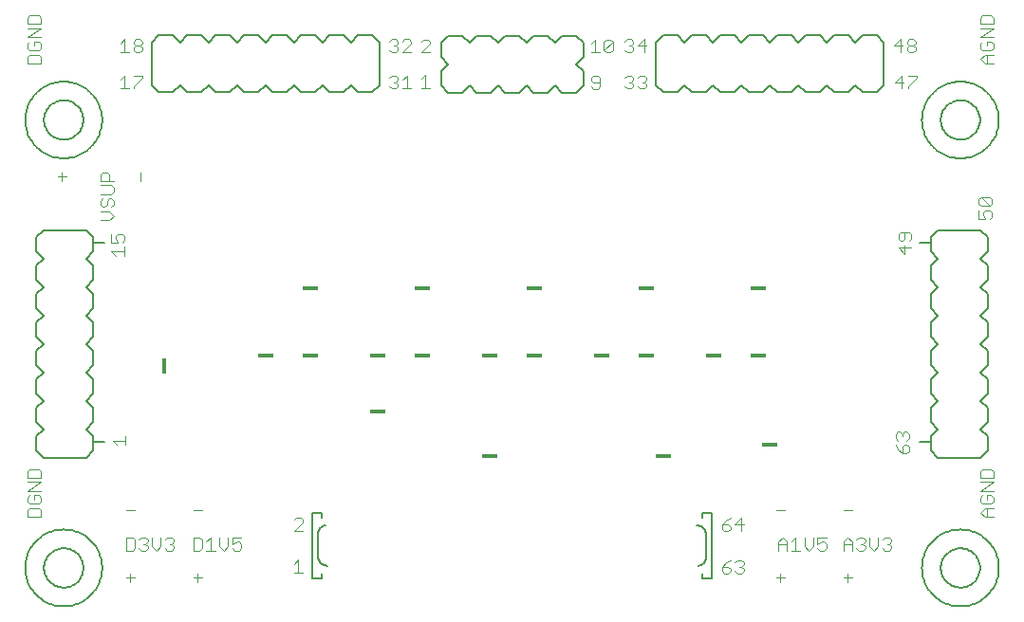
<source format=gto>
G75*
G70*
%OFA0B0*%
%FSLAX24Y24*%
%IPPOS*%
%LPD*%
%AMOC8*
5,1,8,0,0,1.08239X$1,22.5*
%
%ADD10C,0.0040*%
%ADD11C,0.0080*%
%ADD12C,0.0060*%
%ADD13R,0.0160X0.0560*%
%ADD14R,0.0560X0.0160*%
D10*
X004295Y001769D02*
X004602Y001769D01*
X004448Y001923D02*
X004448Y001616D01*
X004525Y002720D02*
X004602Y002797D01*
X004602Y003104D01*
X004525Y003181D01*
X004295Y003181D01*
X004295Y002720D01*
X004525Y002720D01*
X004755Y002797D02*
X004832Y002720D01*
X004985Y002720D01*
X005062Y002797D01*
X005062Y002874D01*
X004985Y002950D01*
X004909Y002950D01*
X004985Y002950D02*
X005062Y003027D01*
X005062Y003104D01*
X004985Y003181D01*
X004832Y003181D01*
X004755Y003104D01*
X005216Y003181D02*
X005216Y002874D01*
X005369Y002720D01*
X005523Y002874D01*
X005523Y003181D01*
X005676Y003104D02*
X005753Y003181D01*
X005906Y003181D01*
X005983Y003104D01*
X005983Y003027D01*
X005906Y002950D01*
X005983Y002874D01*
X005983Y002797D01*
X005906Y002720D01*
X005753Y002720D01*
X005676Y002797D01*
X005829Y002950D02*
X005906Y002950D01*
X006657Y002720D02*
X006887Y002720D01*
X006964Y002797D01*
X006964Y003104D01*
X006887Y003181D01*
X006657Y003181D01*
X006657Y002720D01*
X007118Y002720D02*
X007424Y002720D01*
X007271Y002720D02*
X007271Y003181D01*
X007118Y003027D01*
X007578Y002874D02*
X007731Y002720D01*
X007885Y002874D01*
X007885Y003181D01*
X008038Y003181D02*
X008038Y002950D01*
X008192Y003027D01*
X008268Y003027D01*
X008345Y002950D01*
X008345Y002797D01*
X008268Y002720D01*
X008115Y002720D01*
X008038Y002797D01*
X008038Y003181D02*
X008345Y003181D01*
X007578Y003181D02*
X007578Y002874D01*
X006811Y001923D02*
X006811Y001616D01*
X006964Y001769D02*
X006657Y001769D01*
X010200Y001933D02*
X010507Y001933D01*
X010354Y001933D02*
X010354Y002393D01*
X010200Y002240D01*
X010200Y003409D02*
X010507Y003716D01*
X010507Y003793D01*
X010431Y003869D01*
X010277Y003869D01*
X010200Y003793D01*
X010200Y003409D02*
X010507Y003409D01*
X006964Y004131D02*
X006657Y004131D01*
X004602Y004131D02*
X004295Y004131D01*
X001302Y004131D02*
X001302Y003901D01*
X000842Y003901D01*
X000842Y004131D01*
X000919Y004208D01*
X001226Y004208D01*
X001302Y004131D01*
X001226Y004362D02*
X000919Y004362D01*
X000842Y004438D01*
X000842Y004592D01*
X000919Y004669D01*
X001072Y004669D02*
X001072Y004515D01*
X001072Y004669D02*
X001226Y004669D01*
X001302Y004592D01*
X001302Y004438D01*
X001226Y004362D01*
X001302Y004822D02*
X000842Y004822D01*
X001302Y005129D01*
X000842Y005129D01*
X000842Y005282D02*
X000842Y005512D01*
X000919Y005589D01*
X001226Y005589D01*
X001302Y005512D01*
X001302Y005282D01*
X000842Y005282D01*
X003830Y006584D02*
X004290Y006584D01*
X004290Y006431D02*
X004290Y006738D01*
X003984Y006431D02*
X003830Y006584D01*
X003928Y013092D02*
X003775Y013246D01*
X004235Y013246D01*
X004235Y013399D02*
X004235Y013092D01*
X004159Y013553D02*
X004235Y013629D01*
X004235Y013783D01*
X004159Y013859D01*
X004005Y013859D01*
X003928Y013783D01*
X003928Y013706D01*
X004005Y013553D01*
X003775Y013553D01*
X003775Y013859D01*
X003708Y014334D02*
X003401Y014334D01*
X003708Y014334D02*
X003861Y014488D01*
X003708Y014641D01*
X003401Y014641D01*
X003478Y014795D02*
X003554Y014795D01*
X003631Y014871D01*
X003631Y015025D01*
X003708Y015102D01*
X003785Y015102D01*
X003861Y015025D01*
X003861Y014871D01*
X003785Y014795D01*
X003478Y014795D02*
X003401Y014871D01*
X003401Y015025D01*
X003478Y015102D01*
X003401Y015255D02*
X003785Y015255D01*
X003861Y015332D01*
X003861Y015485D01*
X003785Y015562D01*
X003401Y015562D01*
X003401Y015715D02*
X003401Y015946D01*
X003478Y016022D01*
X003631Y016022D01*
X003708Y015946D01*
X003708Y015715D01*
X003861Y015715D02*
X003401Y015715D01*
X002210Y015866D02*
X001903Y015866D01*
X002056Y016019D02*
X002056Y015712D01*
X004812Y015712D02*
X004812Y016019D01*
X004558Y018960D02*
X004558Y019037D01*
X004865Y019344D01*
X004865Y019421D01*
X004558Y019421D01*
X004252Y019421D02*
X004252Y018960D01*
X004405Y018960D02*
X004098Y018960D01*
X004098Y019267D02*
X004252Y019421D01*
X004252Y020240D02*
X004252Y020700D01*
X004098Y020547D01*
X004098Y020240D02*
X004405Y020240D01*
X004558Y020317D02*
X004558Y020393D01*
X004635Y020470D01*
X004789Y020470D01*
X004865Y020393D01*
X004865Y020317D01*
X004789Y020240D01*
X004635Y020240D01*
X004558Y020317D01*
X004635Y020470D02*
X004558Y020547D01*
X004558Y020623D01*
X004635Y020700D01*
X004789Y020700D01*
X004865Y020623D01*
X004865Y020547D01*
X004789Y020470D01*
X001302Y020537D02*
X001302Y020383D01*
X001226Y020306D01*
X000919Y020306D01*
X000842Y020383D01*
X000842Y020537D01*
X000919Y020613D01*
X001072Y020613D02*
X001072Y020460D01*
X001072Y020613D02*
X001226Y020613D01*
X001302Y020537D01*
X001302Y020767D02*
X000842Y020767D01*
X001302Y021074D01*
X000842Y021074D01*
X000842Y021227D02*
X000842Y021457D01*
X000919Y021534D01*
X001226Y021534D01*
X001302Y021457D01*
X001302Y021227D01*
X000842Y021227D01*
X000919Y020153D02*
X000842Y020076D01*
X000842Y019846D01*
X001302Y019846D01*
X001302Y020076D01*
X001226Y020153D01*
X000919Y020153D01*
X013547Y020317D02*
X013624Y020240D01*
X013777Y020240D01*
X013854Y020317D01*
X013854Y020393D01*
X013777Y020470D01*
X013700Y020470D01*
X013777Y020470D02*
X013854Y020547D01*
X013854Y020623D01*
X013777Y020700D01*
X013624Y020700D01*
X013547Y020623D01*
X014007Y020623D02*
X014084Y020700D01*
X014237Y020700D01*
X014314Y020623D01*
X014314Y020547D01*
X014007Y020240D01*
X014314Y020240D01*
X014667Y020228D02*
X014974Y020535D01*
X014974Y020611D01*
X014897Y020688D01*
X014744Y020688D01*
X014667Y020611D01*
X014667Y020228D02*
X014974Y020228D01*
X014821Y019449D02*
X014821Y018988D01*
X014974Y018988D02*
X014667Y018988D01*
X014314Y018960D02*
X014007Y018960D01*
X014161Y018960D02*
X014161Y019421D01*
X014007Y019267D01*
X013854Y019267D02*
X013777Y019190D01*
X013854Y019114D01*
X013854Y019037D01*
X013777Y018960D01*
X013624Y018960D01*
X013547Y019037D01*
X013700Y019190D02*
X013777Y019190D01*
X013854Y019267D02*
X013854Y019344D01*
X013777Y019421D01*
X013624Y019421D01*
X013547Y019344D01*
X014667Y019295D02*
X014821Y019449D01*
X020628Y019333D02*
X020628Y019256D01*
X020704Y019179D01*
X020935Y019179D01*
X020935Y019026D02*
X020935Y019333D01*
X020858Y019409D01*
X020704Y019409D01*
X020628Y019333D01*
X020628Y019026D02*
X020704Y018949D01*
X020858Y018949D01*
X020935Y019026D01*
X021815Y019037D02*
X021891Y018960D01*
X022045Y018960D01*
X022122Y019037D01*
X022122Y019114D01*
X022045Y019190D01*
X021968Y019190D01*
X022045Y019190D02*
X022122Y019267D01*
X022122Y019344D01*
X022045Y019421D01*
X021891Y019421D01*
X021815Y019344D01*
X022275Y019344D02*
X022352Y019421D01*
X022505Y019421D01*
X022582Y019344D01*
X022582Y019267D01*
X022505Y019190D01*
X022582Y019114D01*
X022582Y019037D01*
X022505Y018960D01*
X022352Y018960D01*
X022275Y019037D01*
X022428Y019190D02*
X022505Y019190D01*
X022505Y020240D02*
X022505Y020700D01*
X022275Y020470D01*
X022582Y020470D01*
X022122Y020393D02*
X022122Y020317D01*
X022045Y020240D01*
X021891Y020240D01*
X021815Y020317D01*
X021968Y020470D02*
X022045Y020470D01*
X022122Y020393D01*
X022045Y020470D02*
X022122Y020547D01*
X022122Y020623D01*
X022045Y020700D01*
X021891Y020700D01*
X021815Y020623D01*
X021395Y020611D02*
X021088Y020304D01*
X021165Y020228D01*
X021318Y020228D01*
X021395Y020304D01*
X021395Y020611D01*
X021318Y020688D01*
X021165Y020688D01*
X021088Y020611D01*
X021088Y020304D01*
X020935Y020228D02*
X020628Y020228D01*
X020781Y020228D02*
X020781Y020688D01*
X020628Y020535D01*
X031263Y020470D02*
X031570Y020470D01*
X031724Y020547D02*
X031724Y020623D01*
X031801Y020700D01*
X031954Y020700D01*
X032031Y020623D01*
X032031Y020547D01*
X031954Y020470D01*
X031801Y020470D01*
X031724Y020547D01*
X031801Y020470D02*
X031724Y020393D01*
X031724Y020317D01*
X031801Y020240D01*
X031954Y020240D01*
X032031Y020317D01*
X032031Y020393D01*
X031954Y020470D01*
X031494Y020240D02*
X031494Y020700D01*
X031263Y020470D01*
X031533Y019421D02*
X031303Y019190D01*
X031610Y019190D01*
X031763Y019037D02*
X031763Y018960D01*
X031763Y019037D02*
X032070Y019344D01*
X032070Y019421D01*
X031763Y019421D01*
X031533Y019421D02*
X031533Y018960D01*
X034306Y020000D02*
X034460Y019846D01*
X034767Y019846D01*
X034537Y019846D02*
X034537Y020153D01*
X034460Y020153D02*
X034767Y020153D01*
X034690Y020306D02*
X034383Y020306D01*
X034306Y020383D01*
X034306Y020537D01*
X034383Y020613D01*
X034537Y020613D02*
X034537Y020460D01*
X034537Y020613D02*
X034690Y020613D01*
X034767Y020537D01*
X034767Y020383D01*
X034690Y020306D01*
X034460Y020153D02*
X034306Y020000D01*
X034306Y020767D02*
X034767Y021074D01*
X034306Y021074D01*
X034306Y021227D02*
X034306Y021457D01*
X034383Y021534D01*
X034690Y021534D01*
X034767Y021457D01*
X034767Y021227D01*
X034306Y021227D01*
X034306Y020767D02*
X034767Y020767D01*
X034639Y015147D02*
X034716Y015070D01*
X034716Y014916D01*
X034639Y014840D01*
X034332Y015147D01*
X034639Y015147D01*
X034332Y015147D02*
X034255Y015070D01*
X034255Y014916D01*
X034332Y014840D01*
X034639Y014840D01*
X034639Y014686D02*
X034716Y014609D01*
X034716Y014456D01*
X034639Y014379D01*
X034485Y014379D02*
X034409Y014533D01*
X034409Y014609D01*
X034485Y014686D01*
X034639Y014686D01*
X034255Y014686D02*
X034255Y014379D01*
X034485Y014379D01*
X031885Y013829D02*
X031885Y013675D01*
X031808Y013598D01*
X031655Y013675D02*
X031655Y013905D01*
X031808Y013905D02*
X031501Y013905D01*
X031425Y013829D01*
X031425Y013675D01*
X031501Y013598D01*
X031578Y013598D01*
X031655Y013675D01*
X031655Y013445D02*
X031655Y013138D01*
X031425Y013368D01*
X031885Y013368D01*
X031885Y013829D02*
X031808Y013905D01*
X031718Y006897D02*
X031794Y006821D01*
X031794Y006667D01*
X031718Y006590D01*
X031718Y006437D02*
X031641Y006437D01*
X031564Y006360D01*
X031564Y006130D01*
X031718Y006130D01*
X031794Y006207D01*
X031794Y006360D01*
X031718Y006437D01*
X031411Y006284D02*
X031564Y006130D01*
X031411Y006284D02*
X031334Y006437D01*
X031411Y006590D02*
X031334Y006667D01*
X031334Y006821D01*
X031411Y006897D01*
X031487Y006897D01*
X031564Y006821D01*
X031641Y006897D01*
X031718Y006897D01*
X031564Y006821D02*
X031564Y006744D01*
X034306Y005512D02*
X034306Y005282D01*
X034767Y005282D01*
X034767Y005512D01*
X034690Y005589D01*
X034383Y005589D01*
X034306Y005512D01*
X034306Y005129D02*
X034767Y005129D01*
X034306Y004822D01*
X034767Y004822D01*
X034690Y004669D02*
X034537Y004669D01*
X034537Y004515D01*
X034690Y004362D02*
X034383Y004362D01*
X034306Y004438D01*
X034306Y004592D01*
X034383Y004669D01*
X034690Y004669D02*
X034767Y004592D01*
X034767Y004438D01*
X034690Y004362D01*
X034767Y004208D02*
X034460Y004208D01*
X034306Y004055D01*
X034460Y003901D01*
X034767Y003901D01*
X034537Y003901D02*
X034537Y004208D01*
X031180Y003104D02*
X031180Y003027D01*
X031103Y002950D01*
X031180Y002874D01*
X031180Y002797D01*
X031103Y002720D01*
X030950Y002720D01*
X030873Y002797D01*
X030719Y002874D02*
X030719Y003181D01*
X030873Y003104D02*
X030950Y003181D01*
X031103Y003181D01*
X031180Y003104D01*
X031103Y002950D02*
X031026Y002950D01*
X030719Y002874D02*
X030566Y002720D01*
X030413Y002874D01*
X030413Y003181D01*
X030259Y003104D02*
X030259Y003027D01*
X030182Y002950D01*
X030259Y002874D01*
X030259Y002797D01*
X030182Y002720D01*
X030029Y002720D01*
X029952Y002797D01*
X029799Y002720D02*
X029799Y003027D01*
X029645Y003181D01*
X029492Y003027D01*
X029492Y002720D01*
X029492Y002950D02*
X029799Y002950D01*
X029952Y003104D02*
X030029Y003181D01*
X030182Y003181D01*
X030259Y003104D01*
X030182Y002950D02*
X030106Y002950D01*
X029645Y001923D02*
X029645Y001616D01*
X029492Y001769D02*
X029799Y001769D01*
X028820Y002720D02*
X028666Y002720D01*
X028589Y002797D01*
X028589Y002950D02*
X028743Y003027D01*
X028820Y003027D01*
X028896Y002950D01*
X028896Y002797D01*
X028820Y002720D01*
X028589Y002950D02*
X028589Y003181D01*
X028896Y003181D01*
X028436Y003181D02*
X028436Y002874D01*
X028282Y002720D01*
X028129Y002874D01*
X028129Y003181D01*
X027822Y003181D02*
X027822Y002720D01*
X027669Y002720D02*
X027976Y002720D01*
X027515Y002720D02*
X027515Y003027D01*
X027362Y003181D01*
X027208Y003027D01*
X027208Y002720D01*
X027208Y002950D02*
X027515Y002950D01*
X027669Y003027D02*
X027822Y003181D01*
X027436Y004131D02*
X027130Y004131D01*
X025992Y003631D02*
X025685Y003631D01*
X025915Y003862D01*
X025915Y003401D01*
X025531Y003478D02*
X025531Y003555D01*
X025455Y003631D01*
X025225Y003631D01*
X025225Y003478D01*
X025301Y003401D01*
X025455Y003401D01*
X025531Y003478D01*
X025225Y003631D02*
X025378Y003785D01*
X025531Y003862D01*
X025531Y002385D02*
X025378Y002309D01*
X025225Y002155D01*
X025455Y002155D01*
X025531Y002078D01*
X025531Y002002D01*
X025455Y001925D01*
X025301Y001925D01*
X025225Y002002D01*
X025225Y002155D01*
X025685Y002002D02*
X025762Y001925D01*
X025915Y001925D01*
X025992Y002002D01*
X025992Y002078D01*
X025915Y002155D01*
X025838Y002155D01*
X025915Y002155D02*
X025992Y002232D01*
X025992Y002309D01*
X025915Y002385D01*
X025762Y002385D01*
X025685Y002309D01*
X027130Y001769D02*
X027436Y001769D01*
X027283Y001616D02*
X027283Y001923D01*
X029492Y004131D02*
X029799Y004131D01*
D11*
X001421Y002110D02*
X001423Y002162D01*
X001429Y002214D01*
X001439Y002265D01*
X001452Y002315D01*
X001470Y002365D01*
X001491Y002412D01*
X001515Y002458D01*
X001544Y002502D01*
X001575Y002544D01*
X001609Y002583D01*
X001646Y002620D01*
X001686Y002653D01*
X001729Y002684D01*
X001773Y002711D01*
X001819Y002735D01*
X001868Y002755D01*
X001917Y002771D01*
X001968Y002784D01*
X002019Y002793D01*
X002071Y002798D01*
X002123Y002799D01*
X002175Y002796D01*
X002227Y002789D01*
X002278Y002778D01*
X002328Y002764D01*
X002377Y002745D01*
X002424Y002723D01*
X002469Y002698D01*
X002513Y002669D01*
X002554Y002637D01*
X002593Y002602D01*
X002628Y002564D01*
X002661Y002523D01*
X002691Y002481D01*
X002717Y002436D01*
X002740Y002389D01*
X002759Y002340D01*
X002775Y002290D01*
X002787Y002240D01*
X002795Y002188D01*
X002799Y002136D01*
X002799Y002084D01*
X002795Y002032D01*
X002787Y001980D01*
X002775Y001930D01*
X002759Y001880D01*
X002740Y001831D01*
X002717Y001784D01*
X002691Y001739D01*
X002661Y001697D01*
X002628Y001656D01*
X002593Y001618D01*
X002554Y001583D01*
X002513Y001551D01*
X002469Y001522D01*
X002424Y001497D01*
X002377Y001475D01*
X002328Y001456D01*
X002278Y001442D01*
X002227Y001431D01*
X002175Y001424D01*
X002123Y001421D01*
X002071Y001422D01*
X002019Y001427D01*
X001968Y001436D01*
X001917Y001449D01*
X001868Y001465D01*
X001819Y001485D01*
X001773Y001509D01*
X001729Y001536D01*
X001686Y001567D01*
X001646Y001600D01*
X001609Y001637D01*
X001575Y001676D01*
X001544Y001718D01*
X001515Y001762D01*
X001491Y001808D01*
X001470Y001855D01*
X001452Y001905D01*
X001439Y001955D01*
X001429Y002006D01*
X001423Y002058D01*
X001421Y002110D01*
X001399Y005984D02*
X002899Y005984D01*
X003149Y006234D01*
X003149Y006734D01*
X002899Y006984D01*
X003149Y007234D01*
X003149Y007734D01*
X002899Y007984D01*
X003149Y008234D01*
X003149Y008734D01*
X002899Y008984D01*
X003149Y009234D01*
X003149Y009734D01*
X002899Y009984D01*
X003149Y010234D01*
X003149Y010734D01*
X002899Y010984D01*
X003149Y011234D01*
X003149Y011734D01*
X002899Y011984D01*
X003149Y012234D01*
X003149Y012734D01*
X002899Y012984D01*
X003149Y013234D01*
X003149Y013734D01*
X002899Y013984D01*
X001399Y013984D01*
X001149Y013734D01*
X001149Y013234D01*
X001399Y012984D01*
X001149Y012734D01*
X001149Y012234D01*
X001399Y011984D01*
X001149Y011734D01*
X001149Y011234D01*
X001399Y010984D01*
X001149Y010734D01*
X001149Y010234D01*
X001399Y009984D01*
X001149Y009734D01*
X001149Y009234D01*
X001399Y008984D01*
X001149Y008734D01*
X001149Y008234D01*
X001399Y007984D01*
X001149Y007734D01*
X001149Y007234D01*
X001399Y006984D01*
X001149Y006734D01*
X001149Y006234D01*
X001399Y005984D01*
X003173Y006527D02*
X003527Y006527D01*
X010842Y004047D02*
X010842Y001747D01*
X011180Y001747D01*
X011180Y001913D01*
X011047Y002511D02*
X011047Y003299D01*
X011047Y003298D02*
X011046Y003331D01*
X011049Y003363D01*
X011056Y003394D01*
X011067Y003425D01*
X011080Y003454D01*
X011097Y003482D01*
X011117Y003507D01*
X011139Y003530D01*
X011164Y003551D01*
X011192Y003568D01*
X011221Y003583D01*
X011251Y003594D01*
X011282Y003601D01*
X011314Y003605D01*
X011173Y003881D02*
X011173Y004047D01*
X010842Y004047D01*
X011047Y002503D02*
X011049Y002470D01*
X011055Y002437D01*
X011064Y002405D01*
X011076Y002374D01*
X011092Y002344D01*
X011110Y002316D01*
X011132Y002291D01*
X011155Y002267D01*
X011182Y002247D01*
X011210Y002229D01*
X011240Y002214D01*
X011271Y002202D01*
X011304Y002194D01*
X011337Y002189D01*
X011370Y002188D01*
X024401Y002189D02*
X024433Y002193D01*
X024464Y002200D01*
X024494Y002211D01*
X024523Y002226D01*
X024551Y002243D01*
X024576Y002264D01*
X024598Y002287D01*
X024618Y002312D01*
X024635Y002340D01*
X024648Y002369D01*
X024659Y002400D01*
X024666Y002431D01*
X024669Y002463D01*
X024668Y002496D01*
X024669Y002495D02*
X024669Y003283D01*
X024669Y003291D02*
X024667Y003324D01*
X024661Y003357D01*
X024652Y003389D01*
X024640Y003420D01*
X024624Y003450D01*
X024606Y003478D01*
X024584Y003503D01*
X024561Y003527D01*
X024534Y003547D01*
X024506Y003565D01*
X024476Y003580D01*
X024445Y003592D01*
X024412Y003600D01*
X024379Y003605D01*
X024346Y003606D01*
X024535Y003881D02*
X024535Y004047D01*
X024889Y004047D01*
X024889Y001747D01*
X024543Y001747D01*
X024543Y001913D01*
X032173Y006527D02*
X032527Y006527D01*
X032566Y006734D02*
X032566Y006234D01*
X032816Y005984D01*
X034316Y005984D01*
X034566Y006234D01*
X034566Y006734D01*
X034316Y006984D01*
X034566Y007234D01*
X034566Y007734D01*
X034316Y007984D01*
X034566Y008234D01*
X034566Y008734D01*
X034316Y008984D01*
X034566Y009234D01*
X034566Y009734D01*
X034316Y009984D01*
X034566Y010234D01*
X034566Y010734D01*
X034316Y010984D01*
X034566Y011234D01*
X034566Y011734D01*
X034316Y011984D01*
X034566Y012234D01*
X034566Y012734D01*
X034316Y012984D01*
X034566Y013234D01*
X034566Y013734D01*
X034316Y013984D01*
X032816Y013984D01*
X032566Y013734D01*
X032566Y013234D01*
X032816Y012984D01*
X032566Y012734D01*
X032566Y012234D01*
X032816Y011984D01*
X032566Y011734D01*
X032566Y011234D01*
X032816Y010984D01*
X032566Y010734D01*
X032566Y010234D01*
X032816Y009984D01*
X032566Y009734D01*
X032566Y009234D01*
X032816Y008984D01*
X032566Y008734D01*
X032566Y008234D01*
X032816Y007984D01*
X032566Y007734D01*
X032566Y007234D01*
X032816Y006984D01*
X032566Y006734D01*
X032917Y002110D02*
X032919Y002162D01*
X032925Y002214D01*
X032935Y002265D01*
X032948Y002315D01*
X032966Y002365D01*
X032987Y002412D01*
X033011Y002458D01*
X033040Y002502D01*
X033071Y002544D01*
X033105Y002583D01*
X033142Y002620D01*
X033182Y002653D01*
X033225Y002684D01*
X033269Y002711D01*
X033315Y002735D01*
X033364Y002755D01*
X033413Y002771D01*
X033464Y002784D01*
X033515Y002793D01*
X033567Y002798D01*
X033619Y002799D01*
X033671Y002796D01*
X033723Y002789D01*
X033774Y002778D01*
X033824Y002764D01*
X033873Y002745D01*
X033920Y002723D01*
X033965Y002698D01*
X034009Y002669D01*
X034050Y002637D01*
X034089Y002602D01*
X034124Y002564D01*
X034157Y002523D01*
X034187Y002481D01*
X034213Y002436D01*
X034236Y002389D01*
X034255Y002340D01*
X034271Y002290D01*
X034283Y002240D01*
X034291Y002188D01*
X034295Y002136D01*
X034295Y002084D01*
X034291Y002032D01*
X034283Y001980D01*
X034271Y001930D01*
X034255Y001880D01*
X034236Y001831D01*
X034213Y001784D01*
X034187Y001739D01*
X034157Y001697D01*
X034124Y001656D01*
X034089Y001618D01*
X034050Y001583D01*
X034009Y001551D01*
X033965Y001522D01*
X033920Y001497D01*
X033873Y001475D01*
X033824Y001456D01*
X033774Y001442D01*
X033723Y001431D01*
X033671Y001424D01*
X033619Y001421D01*
X033567Y001422D01*
X033515Y001427D01*
X033464Y001436D01*
X033413Y001449D01*
X033364Y001465D01*
X033315Y001485D01*
X033269Y001509D01*
X033225Y001536D01*
X033182Y001567D01*
X033142Y001600D01*
X033105Y001637D01*
X033071Y001676D01*
X033040Y001718D01*
X033011Y001762D01*
X032987Y001808D01*
X032966Y001855D01*
X032948Y001905D01*
X032935Y001955D01*
X032925Y002006D01*
X032919Y002058D01*
X032917Y002110D01*
X032527Y013527D02*
X032173Y013527D01*
X032917Y017858D02*
X032919Y017910D01*
X032925Y017962D01*
X032935Y018013D01*
X032948Y018063D01*
X032966Y018113D01*
X032987Y018160D01*
X033011Y018206D01*
X033040Y018250D01*
X033071Y018292D01*
X033105Y018331D01*
X033142Y018368D01*
X033182Y018401D01*
X033225Y018432D01*
X033269Y018459D01*
X033315Y018483D01*
X033364Y018503D01*
X033413Y018519D01*
X033464Y018532D01*
X033515Y018541D01*
X033567Y018546D01*
X033619Y018547D01*
X033671Y018544D01*
X033723Y018537D01*
X033774Y018526D01*
X033824Y018512D01*
X033873Y018493D01*
X033920Y018471D01*
X033965Y018446D01*
X034009Y018417D01*
X034050Y018385D01*
X034089Y018350D01*
X034124Y018312D01*
X034157Y018271D01*
X034187Y018229D01*
X034213Y018184D01*
X034236Y018137D01*
X034255Y018088D01*
X034271Y018038D01*
X034283Y017988D01*
X034291Y017936D01*
X034295Y017884D01*
X034295Y017832D01*
X034291Y017780D01*
X034283Y017728D01*
X034271Y017678D01*
X034255Y017628D01*
X034236Y017579D01*
X034213Y017532D01*
X034187Y017487D01*
X034157Y017445D01*
X034124Y017404D01*
X034089Y017366D01*
X034050Y017331D01*
X034009Y017299D01*
X033965Y017270D01*
X033920Y017245D01*
X033873Y017223D01*
X033824Y017204D01*
X033774Y017190D01*
X033723Y017179D01*
X033671Y017172D01*
X033619Y017169D01*
X033567Y017170D01*
X033515Y017175D01*
X033464Y017184D01*
X033413Y017197D01*
X033364Y017213D01*
X033315Y017233D01*
X033269Y017257D01*
X033225Y017284D01*
X033182Y017315D01*
X033142Y017348D01*
X033105Y017385D01*
X033071Y017424D01*
X033040Y017466D01*
X033011Y017510D01*
X032987Y017556D01*
X032966Y017603D01*
X032948Y017653D01*
X032935Y017703D01*
X032925Y017754D01*
X032919Y017806D01*
X032917Y017858D01*
X030913Y019076D02*
X030913Y020576D01*
X030663Y020826D01*
X030163Y020826D01*
X029913Y020576D01*
X029663Y020826D01*
X029163Y020826D01*
X028913Y020576D01*
X028663Y020826D01*
X028163Y020826D01*
X027913Y020576D01*
X027663Y020826D01*
X027163Y020826D01*
X026913Y020576D01*
X026663Y020826D01*
X026163Y020826D01*
X025913Y020576D01*
X025663Y020826D01*
X025163Y020826D01*
X024913Y020576D01*
X024663Y020826D01*
X024163Y020826D01*
X023913Y020576D01*
X023663Y020826D01*
X023163Y020826D01*
X022913Y020576D01*
X022913Y019076D01*
X023163Y018826D01*
X023663Y018826D01*
X023913Y019076D01*
X024163Y018826D01*
X024663Y018826D01*
X024913Y019076D01*
X025163Y018826D01*
X025663Y018826D01*
X025913Y019076D01*
X026163Y018826D01*
X026663Y018826D01*
X026913Y019076D01*
X027163Y018826D01*
X027663Y018826D01*
X027913Y019076D01*
X028163Y018826D01*
X028663Y018826D01*
X028913Y019076D01*
X029163Y018826D01*
X029663Y018826D01*
X029913Y019076D01*
X030163Y018826D01*
X030663Y018826D01*
X030913Y019076D01*
X020358Y019068D02*
X020108Y018818D01*
X019608Y018818D01*
X019358Y019068D01*
X019108Y018818D01*
X018608Y018818D01*
X018358Y019068D01*
X018108Y018818D01*
X017608Y018818D01*
X017358Y019068D01*
X017108Y018818D01*
X016608Y018818D01*
X016358Y019068D01*
X016108Y018818D01*
X015608Y018818D01*
X015358Y019068D01*
X015358Y019568D01*
X015608Y019818D01*
X015358Y020068D01*
X015358Y020568D01*
X015608Y020818D01*
X016108Y020818D01*
X016358Y020568D01*
X016608Y020818D01*
X017108Y020818D01*
X017358Y020568D01*
X017608Y020818D01*
X018108Y020818D01*
X018358Y020568D01*
X018608Y020818D01*
X019108Y020818D01*
X019358Y020568D01*
X019608Y020818D01*
X020108Y020818D01*
X020358Y020568D01*
X020358Y020068D01*
X020108Y019818D01*
X020358Y019568D01*
X020358Y019068D01*
X013196Y019076D02*
X012946Y018826D01*
X012446Y018826D01*
X012196Y019076D01*
X011946Y018826D01*
X011446Y018826D01*
X011196Y019076D01*
X010946Y018826D01*
X010446Y018826D01*
X010196Y019076D01*
X009946Y018826D01*
X009446Y018826D01*
X009196Y019076D01*
X008946Y018826D01*
X008446Y018826D01*
X008196Y019076D01*
X007946Y018826D01*
X007446Y018826D01*
X007196Y019076D01*
X006946Y018826D01*
X006446Y018826D01*
X006196Y019076D01*
X005946Y018826D01*
X005446Y018826D01*
X005196Y019076D01*
X005196Y020576D01*
X005446Y020826D01*
X005946Y020826D01*
X006196Y020576D01*
X006446Y020826D01*
X006946Y020826D01*
X007196Y020576D01*
X007446Y020826D01*
X007946Y020826D01*
X008196Y020576D01*
X008446Y020826D01*
X008946Y020826D01*
X009196Y020576D01*
X009446Y020826D01*
X009946Y020826D01*
X010196Y020576D01*
X010446Y020826D01*
X010946Y020826D01*
X011196Y020576D01*
X011446Y020826D01*
X011946Y020826D01*
X012196Y020576D01*
X012446Y020826D01*
X012946Y020826D01*
X013196Y020576D01*
X013196Y019076D01*
X003527Y013527D02*
X003173Y013527D01*
X001421Y017858D02*
X001423Y017910D01*
X001429Y017962D01*
X001439Y018013D01*
X001452Y018063D01*
X001470Y018113D01*
X001491Y018160D01*
X001515Y018206D01*
X001544Y018250D01*
X001575Y018292D01*
X001609Y018331D01*
X001646Y018368D01*
X001686Y018401D01*
X001729Y018432D01*
X001773Y018459D01*
X001819Y018483D01*
X001868Y018503D01*
X001917Y018519D01*
X001968Y018532D01*
X002019Y018541D01*
X002071Y018546D01*
X002123Y018547D01*
X002175Y018544D01*
X002227Y018537D01*
X002278Y018526D01*
X002328Y018512D01*
X002377Y018493D01*
X002424Y018471D01*
X002469Y018446D01*
X002513Y018417D01*
X002554Y018385D01*
X002593Y018350D01*
X002628Y018312D01*
X002661Y018271D01*
X002691Y018229D01*
X002717Y018184D01*
X002740Y018137D01*
X002759Y018088D01*
X002775Y018038D01*
X002787Y017988D01*
X002795Y017936D01*
X002799Y017884D01*
X002799Y017832D01*
X002795Y017780D01*
X002787Y017728D01*
X002775Y017678D01*
X002759Y017628D01*
X002740Y017579D01*
X002717Y017532D01*
X002691Y017487D01*
X002661Y017445D01*
X002628Y017404D01*
X002593Y017366D01*
X002554Y017331D01*
X002513Y017299D01*
X002469Y017270D01*
X002424Y017245D01*
X002377Y017223D01*
X002328Y017204D01*
X002278Y017190D01*
X002227Y017179D01*
X002175Y017172D01*
X002123Y017169D01*
X002071Y017170D01*
X002019Y017175D01*
X001968Y017184D01*
X001917Y017197D01*
X001868Y017213D01*
X001819Y017233D01*
X001773Y017257D01*
X001729Y017284D01*
X001686Y017315D01*
X001646Y017348D01*
X001609Y017385D01*
X001575Y017424D01*
X001544Y017466D01*
X001515Y017510D01*
X001491Y017556D01*
X001470Y017603D01*
X001452Y017653D01*
X001439Y017703D01*
X001429Y017754D01*
X001423Y017806D01*
X001421Y017858D01*
D12*
X000760Y017858D02*
X000762Y017931D01*
X000768Y018004D01*
X000778Y018076D01*
X000792Y018148D01*
X000809Y018219D01*
X000831Y018289D01*
X000856Y018358D01*
X000885Y018425D01*
X000917Y018490D01*
X000953Y018554D01*
X000993Y018616D01*
X001035Y018675D01*
X001081Y018732D01*
X001130Y018786D01*
X001182Y018838D01*
X001236Y018887D01*
X001293Y018933D01*
X001352Y018975D01*
X001414Y019015D01*
X001478Y019051D01*
X001543Y019083D01*
X001610Y019112D01*
X001679Y019137D01*
X001749Y019159D01*
X001820Y019176D01*
X001892Y019190D01*
X001964Y019200D01*
X002037Y019206D01*
X002110Y019208D01*
X002183Y019206D01*
X002256Y019200D01*
X002328Y019190D01*
X002400Y019176D01*
X002471Y019159D01*
X002541Y019137D01*
X002610Y019112D01*
X002677Y019083D01*
X002742Y019051D01*
X002806Y019015D01*
X002868Y018975D01*
X002927Y018933D01*
X002984Y018887D01*
X003038Y018838D01*
X003090Y018786D01*
X003139Y018732D01*
X003185Y018675D01*
X003227Y018616D01*
X003267Y018554D01*
X003303Y018490D01*
X003335Y018425D01*
X003364Y018358D01*
X003389Y018289D01*
X003411Y018219D01*
X003428Y018148D01*
X003442Y018076D01*
X003452Y018004D01*
X003458Y017931D01*
X003460Y017858D01*
X003458Y017785D01*
X003452Y017712D01*
X003442Y017640D01*
X003428Y017568D01*
X003411Y017497D01*
X003389Y017427D01*
X003364Y017358D01*
X003335Y017291D01*
X003303Y017226D01*
X003267Y017162D01*
X003227Y017100D01*
X003185Y017041D01*
X003139Y016984D01*
X003090Y016930D01*
X003038Y016878D01*
X002984Y016829D01*
X002927Y016783D01*
X002868Y016741D01*
X002806Y016701D01*
X002742Y016665D01*
X002677Y016633D01*
X002610Y016604D01*
X002541Y016579D01*
X002471Y016557D01*
X002400Y016540D01*
X002328Y016526D01*
X002256Y016516D01*
X002183Y016510D01*
X002110Y016508D01*
X002037Y016510D01*
X001964Y016516D01*
X001892Y016526D01*
X001820Y016540D01*
X001749Y016557D01*
X001679Y016579D01*
X001610Y016604D01*
X001543Y016633D01*
X001478Y016665D01*
X001414Y016701D01*
X001352Y016741D01*
X001293Y016783D01*
X001236Y016829D01*
X001182Y016878D01*
X001130Y016930D01*
X001081Y016984D01*
X001035Y017041D01*
X000993Y017100D01*
X000953Y017162D01*
X000917Y017226D01*
X000885Y017291D01*
X000856Y017358D01*
X000831Y017427D01*
X000809Y017497D01*
X000792Y017568D01*
X000778Y017640D01*
X000768Y017712D01*
X000762Y017785D01*
X000760Y017858D01*
X000760Y002110D02*
X000762Y002183D01*
X000768Y002256D01*
X000778Y002328D01*
X000792Y002400D01*
X000809Y002471D01*
X000831Y002541D01*
X000856Y002610D01*
X000885Y002677D01*
X000917Y002742D01*
X000953Y002806D01*
X000993Y002868D01*
X001035Y002927D01*
X001081Y002984D01*
X001130Y003038D01*
X001182Y003090D01*
X001236Y003139D01*
X001293Y003185D01*
X001352Y003227D01*
X001414Y003267D01*
X001478Y003303D01*
X001543Y003335D01*
X001610Y003364D01*
X001679Y003389D01*
X001749Y003411D01*
X001820Y003428D01*
X001892Y003442D01*
X001964Y003452D01*
X002037Y003458D01*
X002110Y003460D01*
X002183Y003458D01*
X002256Y003452D01*
X002328Y003442D01*
X002400Y003428D01*
X002471Y003411D01*
X002541Y003389D01*
X002610Y003364D01*
X002677Y003335D01*
X002742Y003303D01*
X002806Y003267D01*
X002868Y003227D01*
X002927Y003185D01*
X002984Y003139D01*
X003038Y003090D01*
X003090Y003038D01*
X003139Y002984D01*
X003185Y002927D01*
X003227Y002868D01*
X003267Y002806D01*
X003303Y002742D01*
X003335Y002677D01*
X003364Y002610D01*
X003389Y002541D01*
X003411Y002471D01*
X003428Y002400D01*
X003442Y002328D01*
X003452Y002256D01*
X003458Y002183D01*
X003460Y002110D01*
X003458Y002037D01*
X003452Y001964D01*
X003442Y001892D01*
X003428Y001820D01*
X003411Y001749D01*
X003389Y001679D01*
X003364Y001610D01*
X003335Y001543D01*
X003303Y001478D01*
X003267Y001414D01*
X003227Y001352D01*
X003185Y001293D01*
X003139Y001236D01*
X003090Y001182D01*
X003038Y001130D01*
X002984Y001081D01*
X002927Y001035D01*
X002868Y000993D01*
X002806Y000953D01*
X002742Y000917D01*
X002677Y000885D01*
X002610Y000856D01*
X002541Y000831D01*
X002471Y000809D01*
X002400Y000792D01*
X002328Y000778D01*
X002256Y000768D01*
X002183Y000762D01*
X002110Y000760D01*
X002037Y000762D01*
X001964Y000768D01*
X001892Y000778D01*
X001820Y000792D01*
X001749Y000809D01*
X001679Y000831D01*
X001610Y000856D01*
X001543Y000885D01*
X001478Y000917D01*
X001414Y000953D01*
X001352Y000993D01*
X001293Y001035D01*
X001236Y001081D01*
X001182Y001130D01*
X001130Y001182D01*
X001081Y001236D01*
X001035Y001293D01*
X000993Y001352D01*
X000953Y001414D01*
X000917Y001478D01*
X000885Y001543D01*
X000856Y001610D01*
X000831Y001679D01*
X000809Y001749D01*
X000792Y001820D01*
X000778Y001892D01*
X000768Y001964D01*
X000762Y002037D01*
X000760Y002110D01*
X032256Y002110D02*
X032258Y002183D01*
X032264Y002256D01*
X032274Y002328D01*
X032288Y002400D01*
X032305Y002471D01*
X032327Y002541D01*
X032352Y002610D01*
X032381Y002677D01*
X032413Y002742D01*
X032449Y002806D01*
X032489Y002868D01*
X032531Y002927D01*
X032577Y002984D01*
X032626Y003038D01*
X032678Y003090D01*
X032732Y003139D01*
X032789Y003185D01*
X032848Y003227D01*
X032910Y003267D01*
X032974Y003303D01*
X033039Y003335D01*
X033106Y003364D01*
X033175Y003389D01*
X033245Y003411D01*
X033316Y003428D01*
X033388Y003442D01*
X033460Y003452D01*
X033533Y003458D01*
X033606Y003460D01*
X033679Y003458D01*
X033752Y003452D01*
X033824Y003442D01*
X033896Y003428D01*
X033967Y003411D01*
X034037Y003389D01*
X034106Y003364D01*
X034173Y003335D01*
X034238Y003303D01*
X034302Y003267D01*
X034364Y003227D01*
X034423Y003185D01*
X034480Y003139D01*
X034534Y003090D01*
X034586Y003038D01*
X034635Y002984D01*
X034681Y002927D01*
X034723Y002868D01*
X034763Y002806D01*
X034799Y002742D01*
X034831Y002677D01*
X034860Y002610D01*
X034885Y002541D01*
X034907Y002471D01*
X034924Y002400D01*
X034938Y002328D01*
X034948Y002256D01*
X034954Y002183D01*
X034956Y002110D01*
X034954Y002037D01*
X034948Y001964D01*
X034938Y001892D01*
X034924Y001820D01*
X034907Y001749D01*
X034885Y001679D01*
X034860Y001610D01*
X034831Y001543D01*
X034799Y001478D01*
X034763Y001414D01*
X034723Y001352D01*
X034681Y001293D01*
X034635Y001236D01*
X034586Y001182D01*
X034534Y001130D01*
X034480Y001081D01*
X034423Y001035D01*
X034364Y000993D01*
X034302Y000953D01*
X034238Y000917D01*
X034173Y000885D01*
X034106Y000856D01*
X034037Y000831D01*
X033967Y000809D01*
X033896Y000792D01*
X033824Y000778D01*
X033752Y000768D01*
X033679Y000762D01*
X033606Y000760D01*
X033533Y000762D01*
X033460Y000768D01*
X033388Y000778D01*
X033316Y000792D01*
X033245Y000809D01*
X033175Y000831D01*
X033106Y000856D01*
X033039Y000885D01*
X032974Y000917D01*
X032910Y000953D01*
X032848Y000993D01*
X032789Y001035D01*
X032732Y001081D01*
X032678Y001130D01*
X032626Y001182D01*
X032577Y001236D01*
X032531Y001293D01*
X032489Y001352D01*
X032449Y001414D01*
X032413Y001478D01*
X032381Y001543D01*
X032352Y001610D01*
X032327Y001679D01*
X032305Y001749D01*
X032288Y001820D01*
X032274Y001892D01*
X032264Y001964D01*
X032258Y002037D01*
X032256Y002110D01*
X032256Y017858D02*
X032258Y017931D01*
X032264Y018004D01*
X032274Y018076D01*
X032288Y018148D01*
X032305Y018219D01*
X032327Y018289D01*
X032352Y018358D01*
X032381Y018425D01*
X032413Y018490D01*
X032449Y018554D01*
X032489Y018616D01*
X032531Y018675D01*
X032577Y018732D01*
X032626Y018786D01*
X032678Y018838D01*
X032732Y018887D01*
X032789Y018933D01*
X032848Y018975D01*
X032910Y019015D01*
X032974Y019051D01*
X033039Y019083D01*
X033106Y019112D01*
X033175Y019137D01*
X033245Y019159D01*
X033316Y019176D01*
X033388Y019190D01*
X033460Y019200D01*
X033533Y019206D01*
X033606Y019208D01*
X033679Y019206D01*
X033752Y019200D01*
X033824Y019190D01*
X033896Y019176D01*
X033967Y019159D01*
X034037Y019137D01*
X034106Y019112D01*
X034173Y019083D01*
X034238Y019051D01*
X034302Y019015D01*
X034364Y018975D01*
X034423Y018933D01*
X034480Y018887D01*
X034534Y018838D01*
X034586Y018786D01*
X034635Y018732D01*
X034681Y018675D01*
X034723Y018616D01*
X034763Y018554D01*
X034799Y018490D01*
X034831Y018425D01*
X034860Y018358D01*
X034885Y018289D01*
X034907Y018219D01*
X034924Y018148D01*
X034938Y018076D01*
X034948Y018004D01*
X034954Y017931D01*
X034956Y017858D01*
X034954Y017785D01*
X034948Y017712D01*
X034938Y017640D01*
X034924Y017568D01*
X034907Y017497D01*
X034885Y017427D01*
X034860Y017358D01*
X034831Y017291D01*
X034799Y017226D01*
X034763Y017162D01*
X034723Y017100D01*
X034681Y017041D01*
X034635Y016984D01*
X034586Y016930D01*
X034534Y016878D01*
X034480Y016829D01*
X034423Y016783D01*
X034364Y016741D01*
X034302Y016701D01*
X034238Y016665D01*
X034173Y016633D01*
X034106Y016604D01*
X034037Y016579D01*
X033967Y016557D01*
X033896Y016540D01*
X033824Y016526D01*
X033752Y016516D01*
X033679Y016510D01*
X033606Y016508D01*
X033533Y016510D01*
X033460Y016516D01*
X033388Y016526D01*
X033316Y016540D01*
X033245Y016557D01*
X033175Y016579D01*
X033106Y016604D01*
X033039Y016633D01*
X032974Y016665D01*
X032910Y016701D01*
X032848Y016741D01*
X032789Y016783D01*
X032732Y016829D01*
X032678Y016878D01*
X032626Y016930D01*
X032577Y016984D01*
X032531Y017041D01*
X032489Y017100D01*
X032449Y017162D01*
X032413Y017226D01*
X032381Y017291D01*
X032352Y017358D01*
X032327Y017427D01*
X032305Y017497D01*
X032288Y017568D01*
X032274Y017640D01*
X032264Y017712D01*
X032258Y017785D01*
X032256Y017858D01*
D13*
X005653Y009196D03*
D14*
X009196Y009590D03*
X010771Y009590D03*
X013133Y009590D03*
X014708Y009590D03*
X017070Y009590D03*
X018645Y009590D03*
X021007Y009590D03*
X022582Y009590D03*
X024944Y009590D03*
X026519Y009590D03*
X026519Y011952D03*
X022582Y011952D03*
X018645Y011952D03*
X014708Y011952D03*
X010771Y011952D03*
X013133Y007621D03*
X017070Y006047D03*
X023173Y006047D03*
X026913Y006440D03*
M02*

</source>
